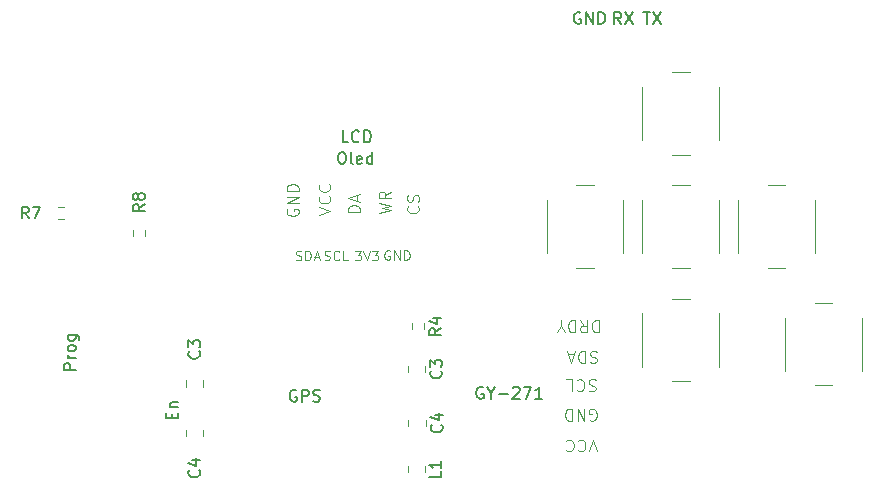
<source format=gbr>
%TF.GenerationSoftware,KiCad,Pcbnew,7.0.2-1.fc38*%
%TF.CreationDate,2023-06-06T12:07:16+02:00*%
%TF.ProjectId,gps_compass,6770735f-636f-46d7-9061-73732e6b6963,rev?*%
%TF.SameCoordinates,Original*%
%TF.FileFunction,Legend,Top*%
%TF.FilePolarity,Positive*%
%FSLAX46Y46*%
G04 Gerber Fmt 4.6, Leading zero omitted, Abs format (unit mm)*
G04 Created by KiCad (PCBNEW 7.0.2-1.fc38) date 2023-06-06 12:07:16*
%MOMM*%
%LPD*%
G01*
G04 APERTURE LIST*
%ADD10C,0.150000*%
%ADD11C,0.100000*%
%ADD12C,0.120000*%
G04 APERTURE END LIST*
D10*
X153861904Y-35225238D02*
X153766666Y-35177619D01*
X153766666Y-35177619D02*
X153623809Y-35177619D01*
X153623809Y-35177619D02*
X153480952Y-35225238D01*
X153480952Y-35225238D02*
X153385714Y-35320476D01*
X153385714Y-35320476D02*
X153338095Y-35415714D01*
X153338095Y-35415714D02*
X153290476Y-35606190D01*
X153290476Y-35606190D02*
X153290476Y-35749047D01*
X153290476Y-35749047D02*
X153338095Y-35939523D01*
X153338095Y-35939523D02*
X153385714Y-36034761D01*
X153385714Y-36034761D02*
X153480952Y-36130000D01*
X153480952Y-36130000D02*
X153623809Y-36177619D01*
X153623809Y-36177619D02*
X153719047Y-36177619D01*
X153719047Y-36177619D02*
X153861904Y-36130000D01*
X153861904Y-36130000D02*
X153909523Y-36082380D01*
X153909523Y-36082380D02*
X153909523Y-35749047D01*
X153909523Y-35749047D02*
X153719047Y-35749047D01*
X154338095Y-36177619D02*
X154338095Y-35177619D01*
X154338095Y-35177619D02*
X154909523Y-36177619D01*
X154909523Y-36177619D02*
X154909523Y-35177619D01*
X155385714Y-36177619D02*
X155385714Y-35177619D01*
X155385714Y-35177619D02*
X155623809Y-35177619D01*
X155623809Y-35177619D02*
X155766666Y-35225238D01*
X155766666Y-35225238D02*
X155861904Y-35320476D01*
X155861904Y-35320476D02*
X155909523Y-35415714D01*
X155909523Y-35415714D02*
X155957142Y-35606190D01*
X155957142Y-35606190D02*
X155957142Y-35749047D01*
X155957142Y-35749047D02*
X155909523Y-35939523D01*
X155909523Y-35939523D02*
X155861904Y-36034761D01*
X155861904Y-36034761D02*
X155766666Y-36130000D01*
X155766666Y-36130000D02*
X155623809Y-36177619D01*
X155623809Y-36177619D02*
X155385714Y-36177619D01*
X157309523Y-36177619D02*
X156976190Y-35701428D01*
X156738095Y-36177619D02*
X156738095Y-35177619D01*
X156738095Y-35177619D02*
X157119047Y-35177619D01*
X157119047Y-35177619D02*
X157214285Y-35225238D01*
X157214285Y-35225238D02*
X157261904Y-35272857D01*
X157261904Y-35272857D02*
X157309523Y-35368095D01*
X157309523Y-35368095D02*
X157309523Y-35510952D01*
X157309523Y-35510952D02*
X157261904Y-35606190D01*
X157261904Y-35606190D02*
X157214285Y-35653809D01*
X157214285Y-35653809D02*
X157119047Y-35701428D01*
X157119047Y-35701428D02*
X156738095Y-35701428D01*
X157642857Y-35177619D02*
X158309523Y-36177619D01*
X158309523Y-35177619D02*
X157642857Y-36177619D01*
X159195238Y-35177619D02*
X159766666Y-35177619D01*
X159480952Y-36177619D02*
X159480952Y-35177619D01*
X160004762Y-35177619D02*
X160671428Y-36177619D01*
X160671428Y-35177619D02*
X160004762Y-36177619D01*
%TO.C,GPS*%
X129810714Y-67210238D02*
X129715476Y-67162619D01*
X129715476Y-67162619D02*
X129572619Y-67162619D01*
X129572619Y-67162619D02*
X129429762Y-67210238D01*
X129429762Y-67210238D02*
X129334524Y-67305476D01*
X129334524Y-67305476D02*
X129286905Y-67400714D01*
X129286905Y-67400714D02*
X129239286Y-67591190D01*
X129239286Y-67591190D02*
X129239286Y-67734047D01*
X129239286Y-67734047D02*
X129286905Y-67924523D01*
X129286905Y-67924523D02*
X129334524Y-68019761D01*
X129334524Y-68019761D02*
X129429762Y-68115000D01*
X129429762Y-68115000D02*
X129572619Y-68162619D01*
X129572619Y-68162619D02*
X129667857Y-68162619D01*
X129667857Y-68162619D02*
X129810714Y-68115000D01*
X129810714Y-68115000D02*
X129858333Y-68067380D01*
X129858333Y-68067380D02*
X129858333Y-67734047D01*
X129858333Y-67734047D02*
X129667857Y-67734047D01*
X130286905Y-68162619D02*
X130286905Y-67162619D01*
X130286905Y-67162619D02*
X130667857Y-67162619D01*
X130667857Y-67162619D02*
X130763095Y-67210238D01*
X130763095Y-67210238D02*
X130810714Y-67257857D01*
X130810714Y-67257857D02*
X130858333Y-67353095D01*
X130858333Y-67353095D02*
X130858333Y-67495952D01*
X130858333Y-67495952D02*
X130810714Y-67591190D01*
X130810714Y-67591190D02*
X130763095Y-67638809D01*
X130763095Y-67638809D02*
X130667857Y-67686428D01*
X130667857Y-67686428D02*
X130286905Y-67686428D01*
X131239286Y-68115000D02*
X131382143Y-68162619D01*
X131382143Y-68162619D02*
X131620238Y-68162619D01*
X131620238Y-68162619D02*
X131715476Y-68115000D01*
X131715476Y-68115000D02*
X131763095Y-68067380D01*
X131763095Y-68067380D02*
X131810714Y-67972142D01*
X131810714Y-67972142D02*
X131810714Y-67876904D01*
X131810714Y-67876904D02*
X131763095Y-67781666D01*
X131763095Y-67781666D02*
X131715476Y-67734047D01*
X131715476Y-67734047D02*
X131620238Y-67686428D01*
X131620238Y-67686428D02*
X131429762Y-67638809D01*
X131429762Y-67638809D02*
X131334524Y-67591190D01*
X131334524Y-67591190D02*
X131286905Y-67543571D01*
X131286905Y-67543571D02*
X131239286Y-67448333D01*
X131239286Y-67448333D02*
X131239286Y-67353095D01*
X131239286Y-67353095D02*
X131286905Y-67257857D01*
X131286905Y-67257857D02*
X131334524Y-67210238D01*
X131334524Y-67210238D02*
X131429762Y-67162619D01*
X131429762Y-67162619D02*
X131667857Y-67162619D01*
X131667857Y-67162619D02*
X131810714Y-67210238D01*
%TO.C,En*%
X119288809Y-69566666D02*
X119288809Y-69233333D01*
X119812619Y-69090476D02*
X119812619Y-69566666D01*
X119812619Y-69566666D02*
X118812619Y-69566666D01*
X118812619Y-69566666D02*
X118812619Y-69090476D01*
X119145952Y-68661904D02*
X119812619Y-68661904D01*
X119241190Y-68661904D02*
X119193571Y-68614285D01*
X119193571Y-68614285D02*
X119145952Y-68519047D01*
X119145952Y-68519047D02*
X119145952Y-68376190D01*
X119145952Y-68376190D02*
X119193571Y-68280952D01*
X119193571Y-68280952D02*
X119288809Y-68233333D01*
X119288809Y-68233333D02*
X119812619Y-68233333D01*
%TO.C,Prog*%
X111112619Y-65476190D02*
X110112619Y-65476190D01*
X110112619Y-65476190D02*
X110112619Y-65095238D01*
X110112619Y-65095238D02*
X110160238Y-65000000D01*
X110160238Y-65000000D02*
X110207857Y-64952381D01*
X110207857Y-64952381D02*
X110303095Y-64904762D01*
X110303095Y-64904762D02*
X110445952Y-64904762D01*
X110445952Y-64904762D02*
X110541190Y-64952381D01*
X110541190Y-64952381D02*
X110588809Y-65000000D01*
X110588809Y-65000000D02*
X110636428Y-65095238D01*
X110636428Y-65095238D02*
X110636428Y-65476190D01*
X111112619Y-64476190D02*
X110445952Y-64476190D01*
X110636428Y-64476190D02*
X110541190Y-64428571D01*
X110541190Y-64428571D02*
X110493571Y-64380952D01*
X110493571Y-64380952D02*
X110445952Y-64285714D01*
X110445952Y-64285714D02*
X110445952Y-64190476D01*
X111112619Y-63714285D02*
X111065000Y-63809523D01*
X111065000Y-63809523D02*
X111017380Y-63857142D01*
X111017380Y-63857142D02*
X110922142Y-63904761D01*
X110922142Y-63904761D02*
X110636428Y-63904761D01*
X110636428Y-63904761D02*
X110541190Y-63857142D01*
X110541190Y-63857142D02*
X110493571Y-63809523D01*
X110493571Y-63809523D02*
X110445952Y-63714285D01*
X110445952Y-63714285D02*
X110445952Y-63571428D01*
X110445952Y-63571428D02*
X110493571Y-63476190D01*
X110493571Y-63476190D02*
X110541190Y-63428571D01*
X110541190Y-63428571D02*
X110636428Y-63380952D01*
X110636428Y-63380952D02*
X110922142Y-63380952D01*
X110922142Y-63380952D02*
X111017380Y-63428571D01*
X111017380Y-63428571D02*
X111065000Y-63476190D01*
X111065000Y-63476190D02*
X111112619Y-63571428D01*
X111112619Y-63571428D02*
X111112619Y-63714285D01*
X110445952Y-62523809D02*
X111255476Y-62523809D01*
X111255476Y-62523809D02*
X111350714Y-62571428D01*
X111350714Y-62571428D02*
X111398333Y-62619047D01*
X111398333Y-62619047D02*
X111445952Y-62714285D01*
X111445952Y-62714285D02*
X111445952Y-62857142D01*
X111445952Y-62857142D02*
X111398333Y-62952380D01*
X111065000Y-62523809D02*
X111112619Y-62619047D01*
X111112619Y-62619047D02*
X111112619Y-62809523D01*
X111112619Y-62809523D02*
X111065000Y-62904761D01*
X111065000Y-62904761D02*
X111017380Y-62952380D01*
X111017380Y-62952380D02*
X110922142Y-62999999D01*
X110922142Y-62999999D02*
X110636428Y-62999999D01*
X110636428Y-62999999D02*
X110541190Y-62952380D01*
X110541190Y-62952380D02*
X110493571Y-62904761D01*
X110493571Y-62904761D02*
X110445952Y-62809523D01*
X110445952Y-62809523D02*
X110445952Y-62619047D01*
X110445952Y-62619047D02*
X110493571Y-62523809D01*
%TO.C,LCD*%
X134209523Y-46202619D02*
X133733333Y-46202619D01*
X133733333Y-46202619D02*
X133733333Y-45202619D01*
X135114285Y-46107380D02*
X135066666Y-46155000D01*
X135066666Y-46155000D02*
X134923809Y-46202619D01*
X134923809Y-46202619D02*
X134828571Y-46202619D01*
X134828571Y-46202619D02*
X134685714Y-46155000D01*
X134685714Y-46155000D02*
X134590476Y-46059761D01*
X134590476Y-46059761D02*
X134542857Y-45964523D01*
X134542857Y-45964523D02*
X134495238Y-45774047D01*
X134495238Y-45774047D02*
X134495238Y-45631190D01*
X134495238Y-45631190D02*
X134542857Y-45440714D01*
X134542857Y-45440714D02*
X134590476Y-45345476D01*
X134590476Y-45345476D02*
X134685714Y-45250238D01*
X134685714Y-45250238D02*
X134828571Y-45202619D01*
X134828571Y-45202619D02*
X134923809Y-45202619D01*
X134923809Y-45202619D02*
X135066666Y-45250238D01*
X135066666Y-45250238D02*
X135114285Y-45297857D01*
X135542857Y-46202619D02*
X135542857Y-45202619D01*
X135542857Y-45202619D02*
X135780952Y-45202619D01*
X135780952Y-45202619D02*
X135923809Y-45250238D01*
X135923809Y-45250238D02*
X136019047Y-45345476D01*
X136019047Y-45345476D02*
X136066666Y-45440714D01*
X136066666Y-45440714D02*
X136114285Y-45631190D01*
X136114285Y-45631190D02*
X136114285Y-45774047D01*
X136114285Y-45774047D02*
X136066666Y-45964523D01*
X136066666Y-45964523D02*
X136019047Y-46059761D01*
X136019047Y-46059761D02*
X135923809Y-46155000D01*
X135923809Y-46155000D02*
X135780952Y-46202619D01*
X135780952Y-46202619D02*
X135542857Y-46202619D01*
D11*
X140102380Y-51620476D02*
X140150000Y-51668095D01*
X140150000Y-51668095D02*
X140197619Y-51810952D01*
X140197619Y-51810952D02*
X140197619Y-51906190D01*
X140197619Y-51906190D02*
X140150000Y-52049047D01*
X140150000Y-52049047D02*
X140054761Y-52144285D01*
X140054761Y-52144285D02*
X139959523Y-52191904D01*
X139959523Y-52191904D02*
X139769047Y-52239523D01*
X139769047Y-52239523D02*
X139626190Y-52239523D01*
X139626190Y-52239523D02*
X139435714Y-52191904D01*
X139435714Y-52191904D02*
X139340476Y-52144285D01*
X139340476Y-52144285D02*
X139245238Y-52049047D01*
X139245238Y-52049047D02*
X139197619Y-51906190D01*
X139197619Y-51906190D02*
X139197619Y-51810952D01*
X139197619Y-51810952D02*
X139245238Y-51668095D01*
X139245238Y-51668095D02*
X139292857Y-51620476D01*
X140150000Y-51239523D02*
X140197619Y-51096666D01*
X140197619Y-51096666D02*
X140197619Y-50858571D01*
X140197619Y-50858571D02*
X140150000Y-50763333D01*
X140150000Y-50763333D02*
X140102380Y-50715714D01*
X140102380Y-50715714D02*
X140007142Y-50668095D01*
X140007142Y-50668095D02*
X139911904Y-50668095D01*
X139911904Y-50668095D02*
X139816666Y-50715714D01*
X139816666Y-50715714D02*
X139769047Y-50763333D01*
X139769047Y-50763333D02*
X139721428Y-50858571D01*
X139721428Y-50858571D02*
X139673809Y-51049047D01*
X139673809Y-51049047D02*
X139626190Y-51144285D01*
X139626190Y-51144285D02*
X139578571Y-51191904D01*
X139578571Y-51191904D02*
X139483333Y-51239523D01*
X139483333Y-51239523D02*
X139388095Y-51239523D01*
X139388095Y-51239523D02*
X139292857Y-51191904D01*
X139292857Y-51191904D02*
X139245238Y-51144285D01*
X139245238Y-51144285D02*
X139197619Y-51049047D01*
X139197619Y-51049047D02*
X139197619Y-50810952D01*
X139197619Y-50810952D02*
X139245238Y-50668095D01*
X131697619Y-52334761D02*
X132697619Y-52001428D01*
X132697619Y-52001428D02*
X131697619Y-51668095D01*
X132602380Y-50763333D02*
X132650000Y-50810952D01*
X132650000Y-50810952D02*
X132697619Y-50953809D01*
X132697619Y-50953809D02*
X132697619Y-51049047D01*
X132697619Y-51049047D02*
X132650000Y-51191904D01*
X132650000Y-51191904D02*
X132554761Y-51287142D01*
X132554761Y-51287142D02*
X132459523Y-51334761D01*
X132459523Y-51334761D02*
X132269047Y-51382380D01*
X132269047Y-51382380D02*
X132126190Y-51382380D01*
X132126190Y-51382380D02*
X131935714Y-51334761D01*
X131935714Y-51334761D02*
X131840476Y-51287142D01*
X131840476Y-51287142D02*
X131745238Y-51191904D01*
X131745238Y-51191904D02*
X131697619Y-51049047D01*
X131697619Y-51049047D02*
X131697619Y-50953809D01*
X131697619Y-50953809D02*
X131745238Y-50810952D01*
X131745238Y-50810952D02*
X131792857Y-50763333D01*
X132602380Y-49763333D02*
X132650000Y-49810952D01*
X132650000Y-49810952D02*
X132697619Y-49953809D01*
X132697619Y-49953809D02*
X132697619Y-50049047D01*
X132697619Y-50049047D02*
X132650000Y-50191904D01*
X132650000Y-50191904D02*
X132554761Y-50287142D01*
X132554761Y-50287142D02*
X132459523Y-50334761D01*
X132459523Y-50334761D02*
X132269047Y-50382380D01*
X132269047Y-50382380D02*
X132126190Y-50382380D01*
X132126190Y-50382380D02*
X131935714Y-50334761D01*
X131935714Y-50334761D02*
X131840476Y-50287142D01*
X131840476Y-50287142D02*
X131745238Y-50191904D01*
X131745238Y-50191904D02*
X131697619Y-50049047D01*
X131697619Y-50049047D02*
X131697619Y-49953809D01*
X131697619Y-49953809D02*
X131745238Y-49810952D01*
X131745238Y-49810952D02*
X131792857Y-49763333D01*
X136797619Y-52187142D02*
X137797619Y-51949047D01*
X137797619Y-51949047D02*
X137083333Y-51758571D01*
X137083333Y-51758571D02*
X137797619Y-51568095D01*
X137797619Y-51568095D02*
X136797619Y-51330000D01*
X137797619Y-50377619D02*
X137321428Y-50710952D01*
X137797619Y-50949047D02*
X136797619Y-50949047D01*
X136797619Y-50949047D02*
X136797619Y-50568095D01*
X136797619Y-50568095D02*
X136845238Y-50472857D01*
X136845238Y-50472857D02*
X136892857Y-50425238D01*
X136892857Y-50425238D02*
X136988095Y-50377619D01*
X136988095Y-50377619D02*
X137130952Y-50377619D01*
X137130952Y-50377619D02*
X137226190Y-50425238D01*
X137226190Y-50425238D02*
X137273809Y-50472857D01*
X137273809Y-50472857D02*
X137321428Y-50568095D01*
X137321428Y-50568095D02*
X137321428Y-50949047D01*
X129045238Y-51868095D02*
X128997619Y-51963333D01*
X128997619Y-51963333D02*
X128997619Y-52106190D01*
X128997619Y-52106190D02*
X129045238Y-52249047D01*
X129045238Y-52249047D02*
X129140476Y-52344285D01*
X129140476Y-52344285D02*
X129235714Y-52391904D01*
X129235714Y-52391904D02*
X129426190Y-52439523D01*
X129426190Y-52439523D02*
X129569047Y-52439523D01*
X129569047Y-52439523D02*
X129759523Y-52391904D01*
X129759523Y-52391904D02*
X129854761Y-52344285D01*
X129854761Y-52344285D02*
X129950000Y-52249047D01*
X129950000Y-52249047D02*
X129997619Y-52106190D01*
X129997619Y-52106190D02*
X129997619Y-52010952D01*
X129997619Y-52010952D02*
X129950000Y-51868095D01*
X129950000Y-51868095D02*
X129902380Y-51820476D01*
X129902380Y-51820476D02*
X129569047Y-51820476D01*
X129569047Y-51820476D02*
X129569047Y-52010952D01*
X129997619Y-51391904D02*
X128997619Y-51391904D01*
X128997619Y-51391904D02*
X129997619Y-50820476D01*
X129997619Y-50820476D02*
X128997619Y-50820476D01*
X129997619Y-50344285D02*
X128997619Y-50344285D01*
X128997619Y-50344285D02*
X128997619Y-50106190D01*
X128997619Y-50106190D02*
X129045238Y-49963333D01*
X129045238Y-49963333D02*
X129140476Y-49868095D01*
X129140476Y-49868095D02*
X129235714Y-49820476D01*
X129235714Y-49820476D02*
X129426190Y-49772857D01*
X129426190Y-49772857D02*
X129569047Y-49772857D01*
X129569047Y-49772857D02*
X129759523Y-49820476D01*
X129759523Y-49820476D02*
X129854761Y-49868095D01*
X129854761Y-49868095D02*
X129950000Y-49963333D01*
X129950000Y-49963333D02*
X129997619Y-50106190D01*
X129997619Y-50106190D02*
X129997619Y-50344285D01*
X135197619Y-52091904D02*
X134197619Y-52091904D01*
X134197619Y-52091904D02*
X134197619Y-51853809D01*
X134197619Y-51853809D02*
X134245238Y-51710952D01*
X134245238Y-51710952D02*
X134340476Y-51615714D01*
X134340476Y-51615714D02*
X134435714Y-51568095D01*
X134435714Y-51568095D02*
X134626190Y-51520476D01*
X134626190Y-51520476D02*
X134769047Y-51520476D01*
X134769047Y-51520476D02*
X134959523Y-51568095D01*
X134959523Y-51568095D02*
X135054761Y-51615714D01*
X135054761Y-51615714D02*
X135150000Y-51710952D01*
X135150000Y-51710952D02*
X135197619Y-51853809D01*
X135197619Y-51853809D02*
X135197619Y-52091904D01*
X134911904Y-51139523D02*
X134911904Y-50663333D01*
X135197619Y-51234761D02*
X134197619Y-50901428D01*
X134197619Y-50901428D02*
X135197619Y-50568095D01*
D10*
%TO.C,C4*%
X121567380Y-73966666D02*
X121615000Y-74014285D01*
X121615000Y-74014285D02*
X121662619Y-74157142D01*
X121662619Y-74157142D02*
X121662619Y-74252380D01*
X121662619Y-74252380D02*
X121615000Y-74395237D01*
X121615000Y-74395237D02*
X121519761Y-74490475D01*
X121519761Y-74490475D02*
X121424523Y-74538094D01*
X121424523Y-74538094D02*
X121234047Y-74585713D01*
X121234047Y-74585713D02*
X121091190Y-74585713D01*
X121091190Y-74585713D02*
X120900714Y-74538094D01*
X120900714Y-74538094D02*
X120805476Y-74490475D01*
X120805476Y-74490475D02*
X120710238Y-74395237D01*
X120710238Y-74395237D02*
X120662619Y-74252380D01*
X120662619Y-74252380D02*
X120662619Y-74157142D01*
X120662619Y-74157142D02*
X120710238Y-74014285D01*
X120710238Y-74014285D02*
X120757857Y-73966666D01*
X120995952Y-73109523D02*
X121662619Y-73109523D01*
X120615000Y-73347618D02*
X121329285Y-73585713D01*
X121329285Y-73585713D02*
X121329285Y-72966666D01*
%TO.C,R8*%
X116962619Y-51466666D02*
X116486428Y-51799999D01*
X116962619Y-52038094D02*
X115962619Y-52038094D01*
X115962619Y-52038094D02*
X115962619Y-51657142D01*
X115962619Y-51657142D02*
X116010238Y-51561904D01*
X116010238Y-51561904D02*
X116057857Y-51514285D01*
X116057857Y-51514285D02*
X116153095Y-51466666D01*
X116153095Y-51466666D02*
X116295952Y-51466666D01*
X116295952Y-51466666D02*
X116391190Y-51514285D01*
X116391190Y-51514285D02*
X116438809Y-51561904D01*
X116438809Y-51561904D02*
X116486428Y-51657142D01*
X116486428Y-51657142D02*
X116486428Y-52038094D01*
X116391190Y-50895237D02*
X116343571Y-50990475D01*
X116343571Y-50990475D02*
X116295952Y-51038094D01*
X116295952Y-51038094D02*
X116200714Y-51085713D01*
X116200714Y-51085713D02*
X116153095Y-51085713D01*
X116153095Y-51085713D02*
X116057857Y-51038094D01*
X116057857Y-51038094D02*
X116010238Y-50990475D01*
X116010238Y-50990475D02*
X115962619Y-50895237D01*
X115962619Y-50895237D02*
X115962619Y-50704761D01*
X115962619Y-50704761D02*
X116010238Y-50609523D01*
X116010238Y-50609523D02*
X116057857Y-50561904D01*
X116057857Y-50561904D02*
X116153095Y-50514285D01*
X116153095Y-50514285D02*
X116200714Y-50514285D01*
X116200714Y-50514285D02*
X116295952Y-50561904D01*
X116295952Y-50561904D02*
X116343571Y-50609523D01*
X116343571Y-50609523D02*
X116391190Y-50704761D01*
X116391190Y-50704761D02*
X116391190Y-50895237D01*
X116391190Y-50895237D02*
X116438809Y-50990475D01*
X116438809Y-50990475D02*
X116486428Y-51038094D01*
X116486428Y-51038094D02*
X116581666Y-51085713D01*
X116581666Y-51085713D02*
X116772142Y-51085713D01*
X116772142Y-51085713D02*
X116867380Y-51038094D01*
X116867380Y-51038094D02*
X116915000Y-50990475D01*
X116915000Y-50990475D02*
X116962619Y-50895237D01*
X116962619Y-50895237D02*
X116962619Y-50704761D01*
X116962619Y-50704761D02*
X116915000Y-50609523D01*
X116915000Y-50609523D02*
X116867380Y-50561904D01*
X116867380Y-50561904D02*
X116772142Y-50514285D01*
X116772142Y-50514285D02*
X116581666Y-50514285D01*
X116581666Y-50514285D02*
X116486428Y-50561904D01*
X116486428Y-50561904D02*
X116438809Y-50609523D01*
X116438809Y-50609523D02*
X116391190Y-50704761D01*
%TO.C,GY-271*%
X145615714Y-66970238D02*
X145520476Y-66922619D01*
X145520476Y-66922619D02*
X145377619Y-66922619D01*
X145377619Y-66922619D02*
X145234762Y-66970238D01*
X145234762Y-66970238D02*
X145139524Y-67065476D01*
X145139524Y-67065476D02*
X145091905Y-67160714D01*
X145091905Y-67160714D02*
X145044286Y-67351190D01*
X145044286Y-67351190D02*
X145044286Y-67494047D01*
X145044286Y-67494047D02*
X145091905Y-67684523D01*
X145091905Y-67684523D02*
X145139524Y-67779761D01*
X145139524Y-67779761D02*
X145234762Y-67875000D01*
X145234762Y-67875000D02*
X145377619Y-67922619D01*
X145377619Y-67922619D02*
X145472857Y-67922619D01*
X145472857Y-67922619D02*
X145615714Y-67875000D01*
X145615714Y-67875000D02*
X145663333Y-67827380D01*
X145663333Y-67827380D02*
X145663333Y-67494047D01*
X145663333Y-67494047D02*
X145472857Y-67494047D01*
X146282381Y-67446428D02*
X146282381Y-67922619D01*
X145949048Y-66922619D02*
X146282381Y-67446428D01*
X146282381Y-67446428D02*
X146615714Y-66922619D01*
X146949048Y-67541666D02*
X147710953Y-67541666D01*
X148139524Y-67017857D02*
X148187143Y-66970238D01*
X148187143Y-66970238D02*
X148282381Y-66922619D01*
X148282381Y-66922619D02*
X148520476Y-66922619D01*
X148520476Y-66922619D02*
X148615714Y-66970238D01*
X148615714Y-66970238D02*
X148663333Y-67017857D01*
X148663333Y-67017857D02*
X148710952Y-67113095D01*
X148710952Y-67113095D02*
X148710952Y-67208333D01*
X148710952Y-67208333D02*
X148663333Y-67351190D01*
X148663333Y-67351190D02*
X148091905Y-67922619D01*
X148091905Y-67922619D02*
X148710952Y-67922619D01*
X149044286Y-66922619D02*
X149710952Y-66922619D01*
X149710952Y-66922619D02*
X149282381Y-67922619D01*
X150615714Y-67922619D02*
X150044286Y-67922619D01*
X150330000Y-67922619D02*
X150330000Y-66922619D01*
X150330000Y-66922619D02*
X150234762Y-67065476D01*
X150234762Y-67065476D02*
X150139524Y-67160714D01*
X150139524Y-67160714D02*
X150044286Y-67208333D01*
D11*
X155234761Y-72382380D02*
X154901428Y-71382380D01*
X154901428Y-71382380D02*
X154568095Y-72382380D01*
X153663333Y-71477619D02*
X153710952Y-71430000D01*
X153710952Y-71430000D02*
X153853809Y-71382380D01*
X153853809Y-71382380D02*
X153949047Y-71382380D01*
X153949047Y-71382380D02*
X154091904Y-71430000D01*
X154091904Y-71430000D02*
X154187142Y-71525238D01*
X154187142Y-71525238D02*
X154234761Y-71620476D01*
X154234761Y-71620476D02*
X154282380Y-71810952D01*
X154282380Y-71810952D02*
X154282380Y-71953809D01*
X154282380Y-71953809D02*
X154234761Y-72144285D01*
X154234761Y-72144285D02*
X154187142Y-72239523D01*
X154187142Y-72239523D02*
X154091904Y-72334761D01*
X154091904Y-72334761D02*
X153949047Y-72382380D01*
X153949047Y-72382380D02*
X153853809Y-72382380D01*
X153853809Y-72382380D02*
X153710952Y-72334761D01*
X153710952Y-72334761D02*
X153663333Y-72287142D01*
X152663333Y-71477619D02*
X152710952Y-71430000D01*
X152710952Y-71430000D02*
X152853809Y-71382380D01*
X152853809Y-71382380D02*
X152949047Y-71382380D01*
X152949047Y-71382380D02*
X153091904Y-71430000D01*
X153091904Y-71430000D02*
X153187142Y-71525238D01*
X153187142Y-71525238D02*
X153234761Y-71620476D01*
X153234761Y-71620476D02*
X153282380Y-71810952D01*
X153282380Y-71810952D02*
X153282380Y-71953809D01*
X153282380Y-71953809D02*
X153234761Y-72144285D01*
X153234761Y-72144285D02*
X153187142Y-72239523D01*
X153187142Y-72239523D02*
X153091904Y-72334761D01*
X153091904Y-72334761D02*
X152949047Y-72382380D01*
X152949047Y-72382380D02*
X152853809Y-72382380D01*
X152853809Y-72382380D02*
X152710952Y-72334761D01*
X152710952Y-72334761D02*
X152663333Y-72287142D01*
X154668095Y-69734761D02*
X154763333Y-69782380D01*
X154763333Y-69782380D02*
X154906190Y-69782380D01*
X154906190Y-69782380D02*
X155049047Y-69734761D01*
X155049047Y-69734761D02*
X155144285Y-69639523D01*
X155144285Y-69639523D02*
X155191904Y-69544285D01*
X155191904Y-69544285D02*
X155239523Y-69353809D01*
X155239523Y-69353809D02*
X155239523Y-69210952D01*
X155239523Y-69210952D02*
X155191904Y-69020476D01*
X155191904Y-69020476D02*
X155144285Y-68925238D01*
X155144285Y-68925238D02*
X155049047Y-68830000D01*
X155049047Y-68830000D02*
X154906190Y-68782380D01*
X154906190Y-68782380D02*
X154810952Y-68782380D01*
X154810952Y-68782380D02*
X154668095Y-68830000D01*
X154668095Y-68830000D02*
X154620476Y-68877619D01*
X154620476Y-68877619D02*
X154620476Y-69210952D01*
X154620476Y-69210952D02*
X154810952Y-69210952D01*
X154191904Y-68782380D02*
X154191904Y-69782380D01*
X154191904Y-69782380D02*
X153620476Y-68782380D01*
X153620476Y-68782380D02*
X153620476Y-69782380D01*
X153144285Y-68782380D02*
X153144285Y-69782380D01*
X153144285Y-69782380D02*
X152906190Y-69782380D01*
X152906190Y-69782380D02*
X152763333Y-69734761D01*
X152763333Y-69734761D02*
X152668095Y-69639523D01*
X152668095Y-69639523D02*
X152620476Y-69544285D01*
X152620476Y-69544285D02*
X152572857Y-69353809D01*
X152572857Y-69353809D02*
X152572857Y-69210952D01*
X152572857Y-69210952D02*
X152620476Y-69020476D01*
X152620476Y-69020476D02*
X152668095Y-68925238D01*
X152668095Y-68925238D02*
X152763333Y-68830000D01*
X152763333Y-68830000D02*
X152906190Y-68782380D01*
X152906190Y-68782380D02*
X153144285Y-68782380D01*
X155391904Y-61282380D02*
X155391904Y-62282380D01*
X155391904Y-62282380D02*
X155153809Y-62282380D01*
X155153809Y-62282380D02*
X155010952Y-62234761D01*
X155010952Y-62234761D02*
X154915714Y-62139523D01*
X154915714Y-62139523D02*
X154868095Y-62044285D01*
X154868095Y-62044285D02*
X154820476Y-61853809D01*
X154820476Y-61853809D02*
X154820476Y-61710952D01*
X154820476Y-61710952D02*
X154868095Y-61520476D01*
X154868095Y-61520476D02*
X154915714Y-61425238D01*
X154915714Y-61425238D02*
X155010952Y-61330000D01*
X155010952Y-61330000D02*
X155153809Y-61282380D01*
X155153809Y-61282380D02*
X155391904Y-61282380D01*
X153820476Y-61282380D02*
X154153809Y-61758571D01*
X154391904Y-61282380D02*
X154391904Y-62282380D01*
X154391904Y-62282380D02*
X154010952Y-62282380D01*
X154010952Y-62282380D02*
X153915714Y-62234761D01*
X153915714Y-62234761D02*
X153868095Y-62187142D01*
X153868095Y-62187142D02*
X153820476Y-62091904D01*
X153820476Y-62091904D02*
X153820476Y-61949047D01*
X153820476Y-61949047D02*
X153868095Y-61853809D01*
X153868095Y-61853809D02*
X153915714Y-61806190D01*
X153915714Y-61806190D02*
X154010952Y-61758571D01*
X154010952Y-61758571D02*
X154391904Y-61758571D01*
X153391904Y-61282380D02*
X153391904Y-62282380D01*
X153391904Y-62282380D02*
X153153809Y-62282380D01*
X153153809Y-62282380D02*
X153010952Y-62234761D01*
X153010952Y-62234761D02*
X152915714Y-62139523D01*
X152915714Y-62139523D02*
X152868095Y-62044285D01*
X152868095Y-62044285D02*
X152820476Y-61853809D01*
X152820476Y-61853809D02*
X152820476Y-61710952D01*
X152820476Y-61710952D02*
X152868095Y-61520476D01*
X152868095Y-61520476D02*
X152915714Y-61425238D01*
X152915714Y-61425238D02*
X153010952Y-61330000D01*
X153010952Y-61330000D02*
X153153809Y-61282380D01*
X153153809Y-61282380D02*
X153391904Y-61282380D01*
X152201428Y-61758571D02*
X152201428Y-61282380D01*
X152534761Y-62282380D02*
X152201428Y-61758571D01*
X152201428Y-61758571D02*
X151868095Y-62282380D01*
X155239523Y-63930000D02*
X155096666Y-63882380D01*
X155096666Y-63882380D02*
X154858571Y-63882380D01*
X154858571Y-63882380D02*
X154763333Y-63930000D01*
X154763333Y-63930000D02*
X154715714Y-63977619D01*
X154715714Y-63977619D02*
X154668095Y-64072857D01*
X154668095Y-64072857D02*
X154668095Y-64168095D01*
X154668095Y-64168095D02*
X154715714Y-64263333D01*
X154715714Y-64263333D02*
X154763333Y-64310952D01*
X154763333Y-64310952D02*
X154858571Y-64358571D01*
X154858571Y-64358571D02*
X155049047Y-64406190D01*
X155049047Y-64406190D02*
X155144285Y-64453809D01*
X155144285Y-64453809D02*
X155191904Y-64501428D01*
X155191904Y-64501428D02*
X155239523Y-64596666D01*
X155239523Y-64596666D02*
X155239523Y-64691904D01*
X155239523Y-64691904D02*
X155191904Y-64787142D01*
X155191904Y-64787142D02*
X155144285Y-64834761D01*
X155144285Y-64834761D02*
X155049047Y-64882380D01*
X155049047Y-64882380D02*
X154810952Y-64882380D01*
X154810952Y-64882380D02*
X154668095Y-64834761D01*
X154239523Y-63882380D02*
X154239523Y-64882380D01*
X154239523Y-64882380D02*
X154001428Y-64882380D01*
X154001428Y-64882380D02*
X153858571Y-64834761D01*
X153858571Y-64834761D02*
X153763333Y-64739523D01*
X153763333Y-64739523D02*
X153715714Y-64644285D01*
X153715714Y-64644285D02*
X153668095Y-64453809D01*
X153668095Y-64453809D02*
X153668095Y-64310952D01*
X153668095Y-64310952D02*
X153715714Y-64120476D01*
X153715714Y-64120476D02*
X153763333Y-64025238D01*
X153763333Y-64025238D02*
X153858571Y-63930000D01*
X153858571Y-63930000D02*
X154001428Y-63882380D01*
X154001428Y-63882380D02*
X154239523Y-63882380D01*
X153287142Y-64168095D02*
X152810952Y-64168095D01*
X153382380Y-63882380D02*
X153049047Y-64882380D01*
X153049047Y-64882380D02*
X152715714Y-63882380D01*
X155139523Y-66330000D02*
X154996666Y-66282380D01*
X154996666Y-66282380D02*
X154758571Y-66282380D01*
X154758571Y-66282380D02*
X154663333Y-66330000D01*
X154663333Y-66330000D02*
X154615714Y-66377619D01*
X154615714Y-66377619D02*
X154568095Y-66472857D01*
X154568095Y-66472857D02*
X154568095Y-66568095D01*
X154568095Y-66568095D02*
X154615714Y-66663333D01*
X154615714Y-66663333D02*
X154663333Y-66710952D01*
X154663333Y-66710952D02*
X154758571Y-66758571D01*
X154758571Y-66758571D02*
X154949047Y-66806190D01*
X154949047Y-66806190D02*
X155044285Y-66853809D01*
X155044285Y-66853809D02*
X155091904Y-66901428D01*
X155091904Y-66901428D02*
X155139523Y-66996666D01*
X155139523Y-66996666D02*
X155139523Y-67091904D01*
X155139523Y-67091904D02*
X155091904Y-67187142D01*
X155091904Y-67187142D02*
X155044285Y-67234761D01*
X155044285Y-67234761D02*
X154949047Y-67282380D01*
X154949047Y-67282380D02*
X154710952Y-67282380D01*
X154710952Y-67282380D02*
X154568095Y-67234761D01*
X153568095Y-66377619D02*
X153615714Y-66330000D01*
X153615714Y-66330000D02*
X153758571Y-66282380D01*
X153758571Y-66282380D02*
X153853809Y-66282380D01*
X153853809Y-66282380D02*
X153996666Y-66330000D01*
X153996666Y-66330000D02*
X154091904Y-66425238D01*
X154091904Y-66425238D02*
X154139523Y-66520476D01*
X154139523Y-66520476D02*
X154187142Y-66710952D01*
X154187142Y-66710952D02*
X154187142Y-66853809D01*
X154187142Y-66853809D02*
X154139523Y-67044285D01*
X154139523Y-67044285D02*
X154091904Y-67139523D01*
X154091904Y-67139523D02*
X153996666Y-67234761D01*
X153996666Y-67234761D02*
X153853809Y-67282380D01*
X153853809Y-67282380D02*
X153758571Y-67282380D01*
X153758571Y-67282380D02*
X153615714Y-67234761D01*
X153615714Y-67234761D02*
X153568095Y-67187142D01*
X152663333Y-66282380D02*
X153139523Y-66282380D01*
X153139523Y-66282380D02*
X153139523Y-67282380D01*
D10*
%TO.C,R7*%
X107145833Y-52662619D02*
X106812500Y-52186428D01*
X106574405Y-52662619D02*
X106574405Y-51662619D01*
X106574405Y-51662619D02*
X106955357Y-51662619D01*
X106955357Y-51662619D02*
X107050595Y-51710238D01*
X107050595Y-51710238D02*
X107098214Y-51757857D01*
X107098214Y-51757857D02*
X107145833Y-51853095D01*
X107145833Y-51853095D02*
X107145833Y-51995952D01*
X107145833Y-51995952D02*
X107098214Y-52091190D01*
X107098214Y-52091190D02*
X107050595Y-52138809D01*
X107050595Y-52138809D02*
X106955357Y-52186428D01*
X106955357Y-52186428D02*
X106574405Y-52186428D01*
X107479167Y-51662619D02*
X108145833Y-51662619D01*
X108145833Y-51662619D02*
X107717262Y-52662619D01*
%TO.C,L1*%
X142062619Y-74066666D02*
X142062619Y-74542856D01*
X142062619Y-74542856D02*
X141062619Y-74542856D01*
X142062619Y-73209523D02*
X142062619Y-73780951D01*
X142062619Y-73495237D02*
X141062619Y-73495237D01*
X141062619Y-73495237D02*
X141205476Y-73590475D01*
X141205476Y-73590475D02*
X141300714Y-73685713D01*
X141300714Y-73685713D02*
X141348333Y-73780951D01*
%TO.C,Oled*%
X133571904Y-47052619D02*
X133762380Y-47052619D01*
X133762380Y-47052619D02*
X133857618Y-47100238D01*
X133857618Y-47100238D02*
X133952856Y-47195476D01*
X133952856Y-47195476D02*
X134000475Y-47385952D01*
X134000475Y-47385952D02*
X134000475Y-47719285D01*
X134000475Y-47719285D02*
X133952856Y-47909761D01*
X133952856Y-47909761D02*
X133857618Y-48005000D01*
X133857618Y-48005000D02*
X133762380Y-48052619D01*
X133762380Y-48052619D02*
X133571904Y-48052619D01*
X133571904Y-48052619D02*
X133476666Y-48005000D01*
X133476666Y-48005000D02*
X133381428Y-47909761D01*
X133381428Y-47909761D02*
X133333809Y-47719285D01*
X133333809Y-47719285D02*
X133333809Y-47385952D01*
X133333809Y-47385952D02*
X133381428Y-47195476D01*
X133381428Y-47195476D02*
X133476666Y-47100238D01*
X133476666Y-47100238D02*
X133571904Y-47052619D01*
X134571904Y-48052619D02*
X134476666Y-48005000D01*
X134476666Y-48005000D02*
X134429047Y-47909761D01*
X134429047Y-47909761D02*
X134429047Y-47052619D01*
X135333809Y-48005000D02*
X135238571Y-48052619D01*
X135238571Y-48052619D02*
X135048095Y-48052619D01*
X135048095Y-48052619D02*
X134952857Y-48005000D01*
X134952857Y-48005000D02*
X134905238Y-47909761D01*
X134905238Y-47909761D02*
X134905238Y-47528809D01*
X134905238Y-47528809D02*
X134952857Y-47433571D01*
X134952857Y-47433571D02*
X135048095Y-47385952D01*
X135048095Y-47385952D02*
X135238571Y-47385952D01*
X135238571Y-47385952D02*
X135333809Y-47433571D01*
X135333809Y-47433571D02*
X135381428Y-47528809D01*
X135381428Y-47528809D02*
X135381428Y-47624047D01*
X135381428Y-47624047D02*
X134905238Y-47719285D01*
X136238571Y-48052619D02*
X136238571Y-47052619D01*
X136238571Y-48005000D02*
X136143333Y-48052619D01*
X136143333Y-48052619D02*
X135952857Y-48052619D01*
X135952857Y-48052619D02*
X135857619Y-48005000D01*
X135857619Y-48005000D02*
X135810000Y-47957380D01*
X135810000Y-47957380D02*
X135762381Y-47862142D01*
X135762381Y-47862142D02*
X135762381Y-47576428D01*
X135762381Y-47576428D02*
X135810000Y-47481190D01*
X135810000Y-47481190D02*
X135857619Y-47433571D01*
X135857619Y-47433571D02*
X135952857Y-47385952D01*
X135952857Y-47385952D02*
X136143333Y-47385952D01*
X136143333Y-47385952D02*
X136238571Y-47433571D01*
D11*
X129782380Y-56154000D02*
X129896666Y-56192095D01*
X129896666Y-56192095D02*
X130087142Y-56192095D01*
X130087142Y-56192095D02*
X130163333Y-56154000D01*
X130163333Y-56154000D02*
X130201428Y-56115904D01*
X130201428Y-56115904D02*
X130239523Y-56039714D01*
X130239523Y-56039714D02*
X130239523Y-55963523D01*
X130239523Y-55963523D02*
X130201428Y-55887333D01*
X130201428Y-55887333D02*
X130163333Y-55849238D01*
X130163333Y-55849238D02*
X130087142Y-55811142D01*
X130087142Y-55811142D02*
X129934761Y-55773047D01*
X129934761Y-55773047D02*
X129858571Y-55734952D01*
X129858571Y-55734952D02*
X129820476Y-55696857D01*
X129820476Y-55696857D02*
X129782380Y-55620666D01*
X129782380Y-55620666D02*
X129782380Y-55544476D01*
X129782380Y-55544476D02*
X129820476Y-55468285D01*
X129820476Y-55468285D02*
X129858571Y-55430190D01*
X129858571Y-55430190D02*
X129934761Y-55392095D01*
X129934761Y-55392095D02*
X130125238Y-55392095D01*
X130125238Y-55392095D02*
X130239523Y-55430190D01*
X130582381Y-56192095D02*
X130582381Y-55392095D01*
X130582381Y-55392095D02*
X130772857Y-55392095D01*
X130772857Y-55392095D02*
X130887143Y-55430190D01*
X130887143Y-55430190D02*
X130963333Y-55506380D01*
X130963333Y-55506380D02*
X131001428Y-55582571D01*
X131001428Y-55582571D02*
X131039524Y-55734952D01*
X131039524Y-55734952D02*
X131039524Y-55849238D01*
X131039524Y-55849238D02*
X131001428Y-56001619D01*
X131001428Y-56001619D02*
X130963333Y-56077809D01*
X130963333Y-56077809D02*
X130887143Y-56154000D01*
X130887143Y-56154000D02*
X130772857Y-56192095D01*
X130772857Y-56192095D02*
X130582381Y-56192095D01*
X131344285Y-55963523D02*
X131725238Y-55963523D01*
X131268095Y-56192095D02*
X131534762Y-55392095D01*
X131534762Y-55392095D02*
X131801428Y-56192095D01*
X137719523Y-55410190D02*
X137643333Y-55372095D01*
X137643333Y-55372095D02*
X137529047Y-55372095D01*
X137529047Y-55372095D02*
X137414761Y-55410190D01*
X137414761Y-55410190D02*
X137338571Y-55486380D01*
X137338571Y-55486380D02*
X137300476Y-55562571D01*
X137300476Y-55562571D02*
X137262380Y-55714952D01*
X137262380Y-55714952D02*
X137262380Y-55829238D01*
X137262380Y-55829238D02*
X137300476Y-55981619D01*
X137300476Y-55981619D02*
X137338571Y-56057809D01*
X137338571Y-56057809D02*
X137414761Y-56134000D01*
X137414761Y-56134000D02*
X137529047Y-56172095D01*
X137529047Y-56172095D02*
X137605238Y-56172095D01*
X137605238Y-56172095D02*
X137719523Y-56134000D01*
X137719523Y-56134000D02*
X137757619Y-56095904D01*
X137757619Y-56095904D02*
X137757619Y-55829238D01*
X137757619Y-55829238D02*
X137605238Y-55829238D01*
X138100476Y-56172095D02*
X138100476Y-55372095D01*
X138100476Y-55372095D02*
X138557619Y-56172095D01*
X138557619Y-56172095D02*
X138557619Y-55372095D01*
X138938571Y-56172095D02*
X138938571Y-55372095D01*
X138938571Y-55372095D02*
X139129047Y-55372095D01*
X139129047Y-55372095D02*
X139243333Y-55410190D01*
X139243333Y-55410190D02*
X139319523Y-55486380D01*
X139319523Y-55486380D02*
X139357618Y-55562571D01*
X139357618Y-55562571D02*
X139395714Y-55714952D01*
X139395714Y-55714952D02*
X139395714Y-55829238D01*
X139395714Y-55829238D02*
X139357618Y-55981619D01*
X139357618Y-55981619D02*
X139319523Y-56057809D01*
X139319523Y-56057809D02*
X139243333Y-56134000D01*
X139243333Y-56134000D02*
X139129047Y-56172095D01*
X139129047Y-56172095D02*
X138938571Y-56172095D01*
X134764285Y-55412095D02*
X135259523Y-55412095D01*
X135259523Y-55412095D02*
X134992857Y-55716857D01*
X134992857Y-55716857D02*
X135107142Y-55716857D01*
X135107142Y-55716857D02*
X135183333Y-55754952D01*
X135183333Y-55754952D02*
X135221428Y-55793047D01*
X135221428Y-55793047D02*
X135259523Y-55869238D01*
X135259523Y-55869238D02*
X135259523Y-56059714D01*
X135259523Y-56059714D02*
X135221428Y-56135904D01*
X135221428Y-56135904D02*
X135183333Y-56174000D01*
X135183333Y-56174000D02*
X135107142Y-56212095D01*
X135107142Y-56212095D02*
X134878571Y-56212095D01*
X134878571Y-56212095D02*
X134802380Y-56174000D01*
X134802380Y-56174000D02*
X134764285Y-56135904D01*
X135488095Y-55412095D02*
X135754762Y-56212095D01*
X135754762Y-56212095D02*
X136021428Y-55412095D01*
X136211904Y-55412095D02*
X136707142Y-55412095D01*
X136707142Y-55412095D02*
X136440476Y-55716857D01*
X136440476Y-55716857D02*
X136554761Y-55716857D01*
X136554761Y-55716857D02*
X136630952Y-55754952D01*
X136630952Y-55754952D02*
X136669047Y-55793047D01*
X136669047Y-55793047D02*
X136707142Y-55869238D01*
X136707142Y-55869238D02*
X136707142Y-56059714D01*
X136707142Y-56059714D02*
X136669047Y-56135904D01*
X136669047Y-56135904D02*
X136630952Y-56174000D01*
X136630952Y-56174000D02*
X136554761Y-56212095D01*
X136554761Y-56212095D02*
X136326190Y-56212095D01*
X136326190Y-56212095D02*
X136249999Y-56174000D01*
X136249999Y-56174000D02*
X136211904Y-56135904D01*
X132192380Y-56144000D02*
X132306666Y-56182095D01*
X132306666Y-56182095D02*
X132497142Y-56182095D01*
X132497142Y-56182095D02*
X132573333Y-56144000D01*
X132573333Y-56144000D02*
X132611428Y-56105904D01*
X132611428Y-56105904D02*
X132649523Y-56029714D01*
X132649523Y-56029714D02*
X132649523Y-55953523D01*
X132649523Y-55953523D02*
X132611428Y-55877333D01*
X132611428Y-55877333D02*
X132573333Y-55839238D01*
X132573333Y-55839238D02*
X132497142Y-55801142D01*
X132497142Y-55801142D02*
X132344761Y-55763047D01*
X132344761Y-55763047D02*
X132268571Y-55724952D01*
X132268571Y-55724952D02*
X132230476Y-55686857D01*
X132230476Y-55686857D02*
X132192380Y-55610666D01*
X132192380Y-55610666D02*
X132192380Y-55534476D01*
X132192380Y-55534476D02*
X132230476Y-55458285D01*
X132230476Y-55458285D02*
X132268571Y-55420190D01*
X132268571Y-55420190D02*
X132344761Y-55382095D01*
X132344761Y-55382095D02*
X132535238Y-55382095D01*
X132535238Y-55382095D02*
X132649523Y-55420190D01*
X133449524Y-56105904D02*
X133411428Y-56144000D01*
X133411428Y-56144000D02*
X133297143Y-56182095D01*
X133297143Y-56182095D02*
X133220952Y-56182095D01*
X133220952Y-56182095D02*
X133106666Y-56144000D01*
X133106666Y-56144000D02*
X133030476Y-56067809D01*
X133030476Y-56067809D02*
X132992381Y-55991619D01*
X132992381Y-55991619D02*
X132954285Y-55839238D01*
X132954285Y-55839238D02*
X132954285Y-55724952D01*
X132954285Y-55724952D02*
X132992381Y-55572571D01*
X132992381Y-55572571D02*
X133030476Y-55496380D01*
X133030476Y-55496380D02*
X133106666Y-55420190D01*
X133106666Y-55420190D02*
X133220952Y-55382095D01*
X133220952Y-55382095D02*
X133297143Y-55382095D01*
X133297143Y-55382095D02*
X133411428Y-55420190D01*
X133411428Y-55420190D02*
X133449524Y-55458285D01*
X134173333Y-56182095D02*
X133792381Y-56182095D01*
X133792381Y-56182095D02*
X133792381Y-55382095D01*
D10*
%TO.C,R4*%
X142062619Y-61966666D02*
X141586428Y-62299999D01*
X142062619Y-62538094D02*
X141062619Y-62538094D01*
X141062619Y-62538094D02*
X141062619Y-62157142D01*
X141062619Y-62157142D02*
X141110238Y-62061904D01*
X141110238Y-62061904D02*
X141157857Y-62014285D01*
X141157857Y-62014285D02*
X141253095Y-61966666D01*
X141253095Y-61966666D02*
X141395952Y-61966666D01*
X141395952Y-61966666D02*
X141491190Y-62014285D01*
X141491190Y-62014285D02*
X141538809Y-62061904D01*
X141538809Y-62061904D02*
X141586428Y-62157142D01*
X141586428Y-62157142D02*
X141586428Y-62538094D01*
X141395952Y-61109523D02*
X142062619Y-61109523D01*
X141015000Y-61347618D02*
X141729285Y-61585713D01*
X141729285Y-61585713D02*
X141729285Y-60966666D01*
%TO.C,C4*%
X142097380Y-70126666D02*
X142145000Y-70174285D01*
X142145000Y-70174285D02*
X142192619Y-70317142D01*
X142192619Y-70317142D02*
X142192619Y-70412380D01*
X142192619Y-70412380D02*
X142145000Y-70555237D01*
X142145000Y-70555237D02*
X142049761Y-70650475D01*
X142049761Y-70650475D02*
X141954523Y-70698094D01*
X141954523Y-70698094D02*
X141764047Y-70745713D01*
X141764047Y-70745713D02*
X141621190Y-70745713D01*
X141621190Y-70745713D02*
X141430714Y-70698094D01*
X141430714Y-70698094D02*
X141335476Y-70650475D01*
X141335476Y-70650475D02*
X141240238Y-70555237D01*
X141240238Y-70555237D02*
X141192619Y-70412380D01*
X141192619Y-70412380D02*
X141192619Y-70317142D01*
X141192619Y-70317142D02*
X141240238Y-70174285D01*
X141240238Y-70174285D02*
X141287857Y-70126666D01*
X141525952Y-69269523D02*
X142192619Y-69269523D01*
X141145000Y-69507618D02*
X141859285Y-69745713D01*
X141859285Y-69745713D02*
X141859285Y-69126666D01*
%TO.C,C3*%
X121567380Y-63904166D02*
X121615000Y-63951785D01*
X121615000Y-63951785D02*
X121662619Y-64094642D01*
X121662619Y-64094642D02*
X121662619Y-64189880D01*
X121662619Y-64189880D02*
X121615000Y-64332737D01*
X121615000Y-64332737D02*
X121519761Y-64427975D01*
X121519761Y-64427975D02*
X121424523Y-64475594D01*
X121424523Y-64475594D02*
X121234047Y-64523213D01*
X121234047Y-64523213D02*
X121091190Y-64523213D01*
X121091190Y-64523213D02*
X120900714Y-64475594D01*
X120900714Y-64475594D02*
X120805476Y-64427975D01*
X120805476Y-64427975D02*
X120710238Y-64332737D01*
X120710238Y-64332737D02*
X120662619Y-64189880D01*
X120662619Y-64189880D02*
X120662619Y-64094642D01*
X120662619Y-64094642D02*
X120710238Y-63951785D01*
X120710238Y-63951785D02*
X120757857Y-63904166D01*
X120662619Y-63570832D02*
X120662619Y-62951785D01*
X120662619Y-62951785D02*
X121043571Y-63285118D01*
X121043571Y-63285118D02*
X121043571Y-63142261D01*
X121043571Y-63142261D02*
X121091190Y-63047023D01*
X121091190Y-63047023D02*
X121138809Y-62999404D01*
X121138809Y-62999404D02*
X121234047Y-62951785D01*
X121234047Y-62951785D02*
X121472142Y-62951785D01*
X121472142Y-62951785D02*
X121567380Y-62999404D01*
X121567380Y-62999404D02*
X121615000Y-63047023D01*
X121615000Y-63047023D02*
X121662619Y-63142261D01*
X121662619Y-63142261D02*
X121662619Y-63427975D01*
X121662619Y-63427975D02*
X121615000Y-63523213D01*
X121615000Y-63523213D02*
X121567380Y-63570832D01*
X142047380Y-65566666D02*
X142095000Y-65614285D01*
X142095000Y-65614285D02*
X142142619Y-65757142D01*
X142142619Y-65757142D02*
X142142619Y-65852380D01*
X142142619Y-65852380D02*
X142095000Y-65995237D01*
X142095000Y-65995237D02*
X141999761Y-66090475D01*
X141999761Y-66090475D02*
X141904523Y-66138094D01*
X141904523Y-66138094D02*
X141714047Y-66185713D01*
X141714047Y-66185713D02*
X141571190Y-66185713D01*
X141571190Y-66185713D02*
X141380714Y-66138094D01*
X141380714Y-66138094D02*
X141285476Y-66090475D01*
X141285476Y-66090475D02*
X141190238Y-65995237D01*
X141190238Y-65995237D02*
X141142619Y-65852380D01*
X141142619Y-65852380D02*
X141142619Y-65757142D01*
X141142619Y-65757142D02*
X141190238Y-65614285D01*
X141190238Y-65614285D02*
X141237857Y-65566666D01*
X141142619Y-65233332D02*
X141142619Y-64614285D01*
X141142619Y-64614285D02*
X141523571Y-64947618D01*
X141523571Y-64947618D02*
X141523571Y-64804761D01*
X141523571Y-64804761D02*
X141571190Y-64709523D01*
X141571190Y-64709523D02*
X141618809Y-64661904D01*
X141618809Y-64661904D02*
X141714047Y-64614285D01*
X141714047Y-64614285D02*
X141952142Y-64614285D01*
X141952142Y-64614285D02*
X142047380Y-64661904D01*
X142047380Y-64661904D02*
X142095000Y-64709523D01*
X142095000Y-64709523D02*
X142142619Y-64804761D01*
X142142619Y-64804761D02*
X142142619Y-65090475D01*
X142142619Y-65090475D02*
X142095000Y-65185713D01*
X142095000Y-65185713D02*
X142047380Y-65233332D01*
D12*
%TO.C,C4*%
X121935000Y-70538748D02*
X121935000Y-71061252D01*
X120465000Y-70538748D02*
X120465000Y-71061252D01*
%TO.C,SWdown1*%
X169700000Y-56850000D02*
X171200000Y-56850000D01*
X173700000Y-55600000D02*
X173700000Y-51100000D01*
X167200000Y-51100000D02*
X167200000Y-55600000D01*
X171200000Y-49850000D02*
X169700000Y-49850000D01*
%TO.C,R8*%
X115977500Y-54154724D02*
X115977500Y-53645276D01*
X117022500Y-54154724D02*
X117022500Y-53645276D01*
%TO.C,SWright1*%
X163100000Y-40300000D02*
X161600000Y-40300000D01*
X159100000Y-41550000D02*
X159100000Y-46050000D01*
X165600000Y-46050000D02*
X165600000Y-41550000D01*
X161600000Y-47300000D02*
X163100000Y-47300000D01*
%TO.C,R7*%
X110154724Y-52722500D02*
X109645276Y-52722500D01*
X110154724Y-51677500D02*
X109645276Y-51677500D01*
%TO.C,L1*%
X139290000Y-74161252D02*
X139290000Y-73638748D01*
X140710000Y-74161252D02*
X140710000Y-73638748D01*
%TO.C,SWleft1*%
X161600000Y-56850000D02*
X163100000Y-56850000D01*
X165600000Y-55600000D02*
X165600000Y-51100000D01*
X159100000Y-51100000D02*
X159100000Y-55600000D01*
X163100000Y-49850000D02*
X161600000Y-49850000D01*
%TO.C,SWb1*%
X173700000Y-66800000D02*
X175200000Y-66800000D01*
X177700000Y-65550000D02*
X177700000Y-61050000D01*
X171200000Y-61050000D02*
X171200000Y-65550000D01*
X175200000Y-59800000D02*
X173700000Y-59800000D01*
%TO.C,R4*%
X140622500Y-61545276D02*
X140622500Y-62054724D01*
X139577500Y-61545276D02*
X139577500Y-62054724D01*
%TO.C,SWa1*%
X161600000Y-66450000D02*
X163100000Y-66450000D01*
X165600000Y-65200000D02*
X165600000Y-60700000D01*
X159100000Y-60700000D02*
X159100000Y-65200000D01*
X163100000Y-59450000D02*
X161600000Y-59450000D01*
%TO.C,SWup1*%
X153500000Y-56850000D02*
X155000000Y-56850000D01*
X157500000Y-55600000D02*
X157500000Y-51100000D01*
X151000000Y-51100000D02*
X151000000Y-55600000D01*
X155000000Y-49850000D02*
X153500000Y-49850000D01*
%TO.C,C4*%
X139295000Y-70221252D02*
X139295000Y-69698748D01*
X140765000Y-70221252D02*
X140765000Y-69698748D01*
%TO.C,C3*%
X120465000Y-66898752D02*
X120465000Y-66376248D01*
X121935000Y-66898752D02*
X121935000Y-66376248D01*
X140735000Y-65138748D02*
X140735000Y-65661252D01*
X139265000Y-65138748D02*
X139265000Y-65661252D01*
%TD*%
M02*

</source>
